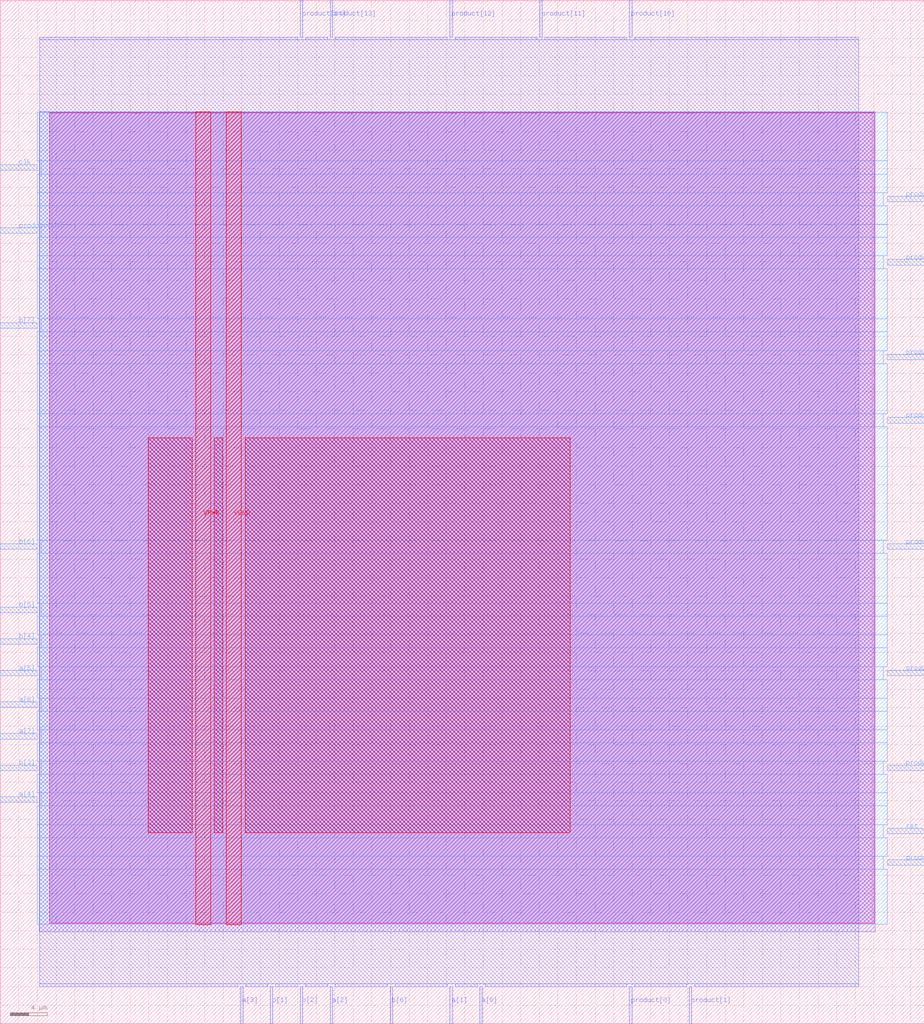
<source format=lef>
VERSION 5.7 ;
  NOWIREEXTENSIONATPIN ON ;
  DIVIDERCHAR "/" ;
  BUSBITCHARS "[]" ;
MACRO mult
  CLASS BLOCK ;
  FOREIGN mult ;
  ORIGIN 0.000 0.000 ;
  SIZE 99.430 BY 110.150 ;
  PIN VGND
    DIRECTION INOUT ;
    USE GROUND ;
    PORT
      LAYER met4 ;
        RECT 24.340 10.640 25.940 98.160 ;
    END
  END VGND
  PIN VPWR
    DIRECTION INOUT ;
    USE POWER ;
    PORT
      LAYER met4 ;
        RECT 21.040 10.640 22.640 98.160 ;
    END
  END VPWR
  PIN a[0]
    DIRECTION INPUT ;
    USE SIGNAL ;
    ANTENNAGATEAREA 0.196500 ;
    PORT
      LAYER met2 ;
        RECT 51.610 0.000 51.890 4.000 ;
    END
  END a[0]
  PIN a[1]
    DIRECTION INPUT ;
    USE SIGNAL ;
    ANTENNAGATEAREA 0.196500 ;
    PORT
      LAYER met2 ;
        RECT 48.390 0.000 48.670 4.000 ;
    END
  END a[1]
  PIN a[2]
    DIRECTION INPUT ;
    USE SIGNAL ;
    ANTENNAGATEAREA 0.196500 ;
    PORT
      LAYER met2 ;
        RECT 35.510 0.000 35.790 4.000 ;
    END
  END a[2]
  PIN a[3]
    DIRECTION INPUT ;
    USE SIGNAL ;
    ANTENNAGATEAREA 0.196500 ;
    PORT
      LAYER met2 ;
        RECT 25.850 0.000 26.130 4.000 ;
    END
  END a[3]
  PIN a[4]
    DIRECTION INPUT ;
    USE SIGNAL ;
    ANTENNAGATEAREA 0.196500 ;
    PORT
      LAYER met3 ;
        RECT 0.000 23.840 4.000 24.440 ;
    END
  END a[4]
  PIN a[5]
    DIRECTION INPUT ;
    USE SIGNAL ;
    ANTENNAGATEAREA 0.196500 ;
    PORT
      LAYER met3 ;
        RECT 0.000 37.440 4.000 38.040 ;
    END
  END a[5]
  PIN a[6]
    DIRECTION INPUT ;
    USE SIGNAL ;
    ANTENNAGATEAREA 0.196500 ;
    PORT
      LAYER met3 ;
        RECT 0.000 34.040 4.000 34.640 ;
    END
  END a[6]
  PIN a[7]
    DIRECTION INPUT ;
    USE SIGNAL ;
    ANTENNAGATEAREA 0.196500 ;
    PORT
      LAYER met3 ;
        RECT 0.000 30.640 4.000 31.240 ;
    END
  END a[7]
  PIN b[0]
    DIRECTION INPUT ;
    USE SIGNAL ;
    ANTENNAGATEAREA 0.196500 ;
    PORT
      LAYER met2 ;
        RECT 41.950 0.000 42.230 4.000 ;
    END
  END b[0]
  PIN b[1]
    DIRECTION INPUT ;
    USE SIGNAL ;
    ANTENNAGATEAREA 0.196500 ;
    PORT
      LAYER met2 ;
        RECT 29.070 0.000 29.350 4.000 ;
    END
  END b[1]
  PIN b[2]
    DIRECTION INPUT ;
    USE SIGNAL ;
    ANTENNAGATEAREA 0.196500 ;
    PORT
      LAYER met2 ;
        RECT 32.290 0.000 32.570 4.000 ;
    END
  END b[2]
  PIN b[3]
    DIRECTION INPUT ;
    USE SIGNAL ;
    ANTENNAGATEAREA 0.196500 ;
    PORT
      LAYER met3 ;
        RECT 0.000 27.240 4.000 27.840 ;
    END
  END b[3]
  PIN b[4]
    DIRECTION INPUT ;
    USE SIGNAL ;
    ANTENNAGATEAREA 0.196500 ;
    PORT
      LAYER met3 ;
        RECT 0.000 40.840 4.000 41.440 ;
    END
  END b[4]
  PIN b[5]
    DIRECTION INPUT ;
    USE SIGNAL ;
    ANTENNAGATEAREA 0.196500 ;
    PORT
      LAYER met3 ;
        RECT 0.000 44.240 4.000 44.840 ;
    END
  END b[5]
  PIN b[6]
    DIRECTION INPUT ;
    USE SIGNAL ;
    ANTENNAGATEAREA 0.196500 ;
    PORT
      LAYER met3 ;
        RECT 0.000 51.040 4.000 51.640 ;
    END
  END b[6]
  PIN b[7]
    DIRECTION INPUT ;
    USE SIGNAL ;
    ANTENNAGATEAREA 0.196500 ;
    PORT
      LAYER met3 ;
        RECT 0.000 74.840 4.000 75.440 ;
    END
  END b[7]
  PIN clk
    DIRECTION INPUT ;
    USE SIGNAL ;
    ANTENNAGATEAREA 0.852000 ;
    PORT
      LAYER met3 ;
        RECT 0.000 91.840 4.000 92.440 ;
    END
  END clk
  PIN product[0]
    DIRECTION OUTPUT ;
    USE SIGNAL ;
    ANTENNADIFFAREA 0.340600 ;
    PORT
      LAYER met2 ;
        RECT 67.710 0.000 67.990 4.000 ;
    END
  END product[0]
  PIN product[10]
    DIRECTION OUTPUT ;
    USE SIGNAL ;
    ANTENNADIFFAREA 0.340600 ;
    PORT
      LAYER met2 ;
        RECT 67.710 106.150 67.990 110.150 ;
    END
  END product[10]
  PIN product[11]
    DIRECTION OUTPUT ;
    USE SIGNAL ;
    ANTENNADIFFAREA 0.340600 ;
    PORT
      LAYER met2 ;
        RECT 58.050 106.150 58.330 110.150 ;
    END
  END product[11]
  PIN product[12]
    DIRECTION OUTPUT ;
    USE SIGNAL ;
    ANTENNADIFFAREA 0.340600 ;
    PORT
      LAYER met2 ;
        RECT 48.390 106.150 48.670 110.150 ;
    END
  END product[12]
  PIN product[13]
    DIRECTION OUTPUT ;
    USE SIGNAL ;
    ANTENNADIFFAREA 0.340600 ;
    PORT
      LAYER met2 ;
        RECT 35.510 106.150 35.790 110.150 ;
    END
  END product[13]
  PIN product[14]
    DIRECTION OUTPUT ;
    USE SIGNAL ;
    ANTENNADIFFAREA 0.340600 ;
    PORT
      LAYER met2 ;
        RECT 32.290 106.150 32.570 110.150 ;
    END
  END product[14]
  PIN product[15]
    DIRECTION OUTPUT ;
    USE SIGNAL ;
    ANTENNADIFFAREA 0.340600 ;
    PORT
      LAYER met3 ;
        RECT 0.000 85.040 4.000 85.640 ;
    END
  END product[15]
  PIN product[1]
    DIRECTION OUTPUT ;
    USE SIGNAL ;
    ANTENNADIFFAREA 0.340600 ;
    PORT
      LAYER met2 ;
        RECT 74.150 0.000 74.430 4.000 ;
    END
  END product[1]
  PIN product[2]
    DIRECTION OUTPUT ;
    USE SIGNAL ;
    ANTENNADIFFAREA 0.340600 ;
    PORT
      LAYER met3 ;
        RECT 95.430 17.040 99.430 17.640 ;
    END
  END product[2]
  PIN product[3]
    DIRECTION OUTPUT ;
    USE SIGNAL ;
    ANTENNADIFFAREA 0.340600 ;
    PORT
      LAYER met3 ;
        RECT 95.430 27.240 99.430 27.840 ;
    END
  END product[3]
  PIN product[4]
    DIRECTION OUTPUT ;
    USE SIGNAL ;
    ANTENNADIFFAREA 0.340600 ;
    PORT
      LAYER met3 ;
        RECT 95.430 37.440 99.430 38.040 ;
    END
  END product[4]
  PIN product[5]
    DIRECTION OUTPUT ;
    USE SIGNAL ;
    ANTENNADIFFAREA 0.340600 ;
    PORT
      LAYER met3 ;
        RECT 95.430 51.040 99.430 51.640 ;
    END
  END product[5]
  PIN product[6]
    DIRECTION OUTPUT ;
    USE SIGNAL ;
    ANTENNADIFFAREA 0.340600 ;
    PORT
      LAYER met3 ;
        RECT 95.430 64.640 99.430 65.240 ;
    END
  END product[6]
  PIN product[7]
    DIRECTION OUTPUT ;
    USE SIGNAL ;
    ANTENNADIFFAREA 0.340600 ;
    PORT
      LAYER met3 ;
        RECT 95.430 71.440 99.430 72.040 ;
    END
  END product[7]
  PIN product[8]
    DIRECTION OUTPUT ;
    USE SIGNAL ;
    ANTENNADIFFAREA 0.340600 ;
    PORT
      LAYER met3 ;
        RECT 95.430 81.640 99.430 82.240 ;
    END
  END product[8]
  PIN product[9]
    DIRECTION OUTPUT ;
    USE SIGNAL ;
    ANTENNADIFFAREA 0.340600 ;
    PORT
      LAYER met3 ;
        RECT 95.430 88.440 99.430 89.040 ;
    END
  END product[9]
  PIN rst
    DIRECTION INPUT ;
    USE SIGNAL ;
    ANTENNAGATEAREA 0.196500 ;
    PORT
      LAYER met3 ;
        RECT 95.430 20.440 99.430 21.040 ;
    END
  END rst
  OBS
      LAYER nwell ;
        RECT 5.330 10.795 94.030 98.005 ;
      LAYER li1 ;
        RECT 5.520 10.795 93.840 98.005 ;
      LAYER met1 ;
        RECT 4.210 9.900 94.140 98.160 ;
      LAYER met2 ;
        RECT 4.230 105.870 32.010 106.150 ;
        RECT 32.850 105.870 35.230 106.150 ;
        RECT 36.070 105.870 48.110 106.150 ;
        RECT 48.950 105.870 57.770 106.150 ;
        RECT 58.610 105.870 67.430 106.150 ;
        RECT 68.270 105.870 92.370 106.150 ;
        RECT 4.230 4.280 92.370 105.870 ;
        RECT 4.230 4.000 25.570 4.280 ;
        RECT 26.410 4.000 28.790 4.280 ;
        RECT 29.630 4.000 32.010 4.280 ;
        RECT 32.850 4.000 35.230 4.280 ;
        RECT 36.070 4.000 41.670 4.280 ;
        RECT 42.510 4.000 48.110 4.280 ;
        RECT 48.950 4.000 51.330 4.280 ;
        RECT 52.170 4.000 67.430 4.280 ;
        RECT 68.270 4.000 73.870 4.280 ;
        RECT 74.710 4.000 92.370 4.280 ;
      LAYER met3 ;
        RECT 3.990 92.840 95.430 98.085 ;
        RECT 4.400 91.440 95.430 92.840 ;
        RECT 3.990 89.440 95.430 91.440 ;
        RECT 3.990 88.040 95.030 89.440 ;
        RECT 3.990 86.040 95.430 88.040 ;
        RECT 4.400 84.640 95.430 86.040 ;
        RECT 3.990 82.640 95.430 84.640 ;
        RECT 3.990 81.240 95.030 82.640 ;
        RECT 3.990 75.840 95.430 81.240 ;
        RECT 4.400 74.440 95.430 75.840 ;
        RECT 3.990 72.440 95.430 74.440 ;
        RECT 3.990 71.040 95.030 72.440 ;
        RECT 3.990 65.640 95.430 71.040 ;
        RECT 3.990 64.240 95.030 65.640 ;
        RECT 3.990 52.040 95.430 64.240 ;
        RECT 4.400 50.640 95.030 52.040 ;
        RECT 3.990 45.240 95.430 50.640 ;
        RECT 4.400 43.840 95.430 45.240 ;
        RECT 3.990 41.840 95.430 43.840 ;
        RECT 4.400 40.440 95.430 41.840 ;
        RECT 3.990 38.440 95.430 40.440 ;
        RECT 4.400 37.040 95.030 38.440 ;
        RECT 3.990 35.040 95.430 37.040 ;
        RECT 4.400 33.640 95.430 35.040 ;
        RECT 3.990 31.640 95.430 33.640 ;
        RECT 4.400 30.240 95.430 31.640 ;
        RECT 3.990 28.240 95.430 30.240 ;
        RECT 4.400 26.840 95.030 28.240 ;
        RECT 3.990 24.840 95.430 26.840 ;
        RECT 4.400 23.440 95.430 24.840 ;
        RECT 3.990 21.440 95.430 23.440 ;
        RECT 3.990 20.040 95.030 21.440 ;
        RECT 3.990 18.040 95.430 20.040 ;
        RECT 3.990 16.640 95.030 18.040 ;
        RECT 3.990 10.715 95.430 16.640 ;
      LAYER met4 ;
        RECT 15.935 20.575 20.640 63.065 ;
        RECT 23.040 20.575 23.940 63.065 ;
        RECT 26.340 20.575 61.345 63.065 ;
  END
END mult
END LIBRARY


</source>
